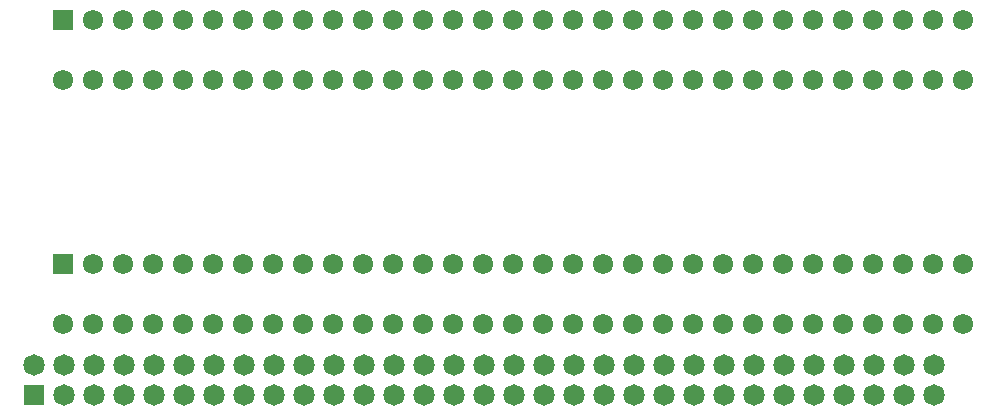
<source format=gbr>
G04 DipTrace 3.2.0.1*
G04 BottomMask.gbr*
%MOMM*%
G04 #@! TF.FileFunction,Soldermask,Bot*
G04 #@! TF.Part,Single*
%ADD23R,1.724X1.724*%
%ADD25C,1.724*%
%ADD27R,1.82X1.82*%
%ADD29C,1.82*%
%FSLAX35Y35*%
G04*
G71*
G90*
G75*
G01*
G04 BotMask*
%LPD*%
D29*
X1698573Y1412793D3*
X1952573D3*
X2206573D3*
X2460573D3*
X2714573D3*
X2968573D3*
X3222573D3*
X3476573D3*
X3730573D3*
X3984573D3*
X4238573D3*
X4492573D3*
X4746573D3*
X5000573D3*
X5254573D3*
X5508573D3*
X5762573D3*
X6016573D3*
X6270573D3*
X6524573D3*
X6778573D3*
X7032573D3*
X7286573D3*
X7540573D3*
X7794573D3*
X8048573D3*
X8302573D3*
X8556573D3*
X8810573D3*
X9064573D3*
X9318573D3*
Y1158793D3*
X9064573D3*
X8810573D3*
X8556573D3*
X8302573D3*
X8048573D3*
X7794573D3*
X7540573D3*
X7286573D3*
X7032573D3*
X6778573D3*
X6524573D3*
X6270573D3*
X6016573D3*
X5762573D3*
X5508573D3*
X5254573D3*
X5000573D3*
X4746573D3*
X4492573D3*
X4238573D3*
X3984573D3*
X3730573D3*
X3476573D3*
X3222573D3*
X2968573D3*
X2714573D3*
X2460573D3*
X2206573D3*
X1952573D3*
D27*
X1698573D3*
D25*
X9303497Y2270133D3*
Y1762133D3*
X9049497Y2270133D3*
Y1762133D3*
X8033497Y2270133D3*
Y1762133D3*
X7779497Y2270133D3*
Y1762133D3*
X7525497Y2270133D3*
Y1762133D3*
X6763497D3*
Y2270133D3*
X6509497D3*
Y1762133D3*
X5493497D3*
X5239497D3*
X4985497D3*
X4731497D3*
X4477497D3*
X1937497D3*
X2191497D3*
X2445497D3*
X2699497D3*
X2953497D3*
X3207497D3*
X3461497D3*
X3715497D3*
X3969497D3*
X4223497D3*
X5493497Y2270133D3*
X5239497D3*
X4985497D3*
X4731497D3*
X4477497D3*
X4223497D3*
X3969497D3*
X3715497D3*
X3461497D3*
X3207497D3*
X2953497D3*
X2699497D3*
X2445497D3*
X2191497D3*
D23*
X1937497D3*
D25*
X5747497Y1762133D3*
Y2270133D3*
X6001497D3*
Y1762133D3*
X6255497Y2270133D3*
Y1762133D3*
X7017497D3*
Y2270133D3*
X7271497D3*
Y1762133D3*
X8287497D3*
Y2270133D3*
X8541497Y1762133D3*
Y2270133D3*
X8795497Y1762133D3*
Y2270133D3*
X9557497Y1762133D3*
Y2270133D3*
X9303497Y4334100D3*
Y3826100D3*
X9049497Y4334100D3*
Y3826100D3*
X8033497Y4334100D3*
Y3826100D3*
X7779497Y4334100D3*
Y3826100D3*
X7525497Y4334100D3*
Y3826100D3*
X6763497D3*
Y4334100D3*
X6509497D3*
Y3826100D3*
X5493497D3*
X5239497D3*
X4985497D3*
X4731497D3*
X4477497D3*
X1937497D3*
X2191497D3*
X2445497D3*
X2699497D3*
X2953497D3*
X3207497D3*
X3461497D3*
X3715497D3*
X3969497D3*
X4223497D3*
X5493497Y4334100D3*
X5239497D3*
X4985497D3*
X4731497D3*
X4477497D3*
X4223497D3*
X3969497D3*
X3715497D3*
X3461497D3*
X3207497D3*
X2953497D3*
X2699497D3*
X2445497D3*
X2191497D3*
D23*
X1937497D3*
D25*
X5747497Y3826100D3*
Y4334100D3*
X6001497D3*
Y3826100D3*
X6255497Y4334100D3*
Y3826100D3*
X7017497D3*
Y4334100D3*
X7271497D3*
Y3826100D3*
X8287497D3*
Y4334100D3*
X8541497Y3826100D3*
Y4334100D3*
X8795497Y3826100D3*
Y4334100D3*
X9557497Y3826100D3*
Y4334100D3*
M02*

</source>
